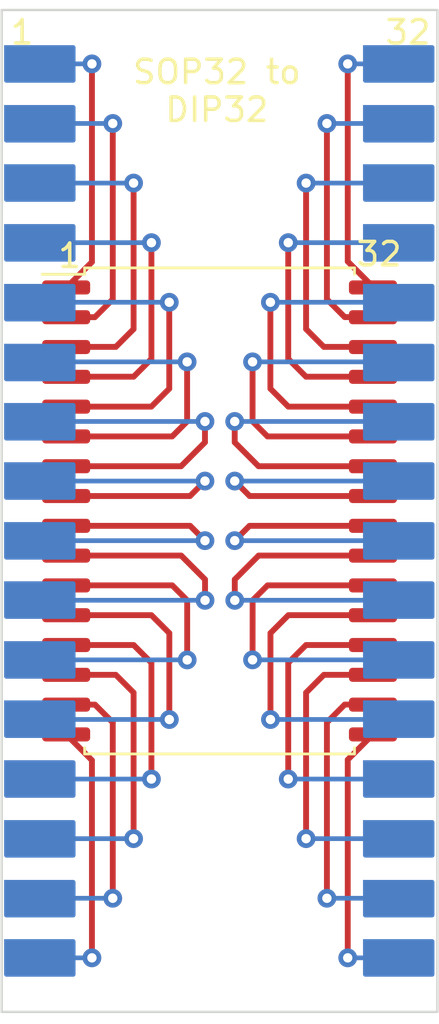
<source format=kicad_pcb>
(kicad_pcb (version 20221018) (generator pcbnew)
  (layers (0 "F.Cu" signal) (31 "B.Cu" signal) (34 "B.Paste" user) (35 "F.Paste" user) (36 "B.SilkS" user "B.Silkscreen") (37 "F.SilkS" user "F.Silkscreen") (38 "B.Mask" user) (39 "F.Mask" user) (44 "Edge.Cuts" user))
  (net 0 "")
  (footprint "Package_SO:SSOP-32_11.305x20.495mm_P1.27mm" (layer "F.Cu") (at 108.7 96.65)
    (fp_text reference "REF**" hide)
    (fp_text value "SSOP-32_11.305x20.495mm_P1.27mm" hide)
    (fp_line (start -5.7625 -10.3575) (end -5.7625 -10.085) (stroke (width 0.12)) (layer "F.SilkS"))
    (fp_line (start -5.7625 -10.085) (end -7.575 -10.085) (stroke (width 0.12)) (layer "F.SilkS"))
    (fp_line (start -5.7625 10.3575) (end -5.7625 10.085) (stroke (width 0.12)) (layer "F.SilkS"))
    (fp_line (start 0 -10.3575) (end -5.7625 -10.3575) (stroke (width 0.12)) (layer "F.SilkS"))
    (fp_line (start 0 -10.3575) (end 5.7625 -10.3575) (stroke (width 0.12)) (layer "F.SilkS"))
    (fp_line (start 0 10.3575) (end -5.7625 10.3575) (stroke (width 0.12)) (layer "F.SilkS"))
    (fp_line (start 0 10.3575) (end 5.7625 10.3575) (stroke (width 0.12)) (layer "F.SilkS"))
    (fp_line (start 5.7625 -10.3575) (end 5.7625 -10.085) (stroke (width 0.12)) (layer "F.SilkS"))
    (fp_line (start 5.7625 10.3575) (end 5.7625 10.085) (stroke (width 0.12)) (layer "F.SilkS"))
    (pad "1" smd roundrect (at -6.55 -9.525) (size 2.05 0.6) (layers "F.Cu" "F.Paste" "F.Mask"))
    (pad "2" smd roundrect (at -6.55 -8.255) (size 2.05 0.6) (layers "F.Cu" "F.Paste" "F.Mask"))
    (pad "3" smd roundrect (at -6.55 -6.985) (size 2.05 0.6) (layers "F.Cu" "F.Paste" "F.Mask"))
    (pad "4" smd roundrect (at -6.55 -5.715) (size 2.05 0.6) (layers "F.Cu" "F.Paste" "F.Mask"))
    (pad "5" smd roundrect (at -6.55 -4.445) (size 2.05 0.6) (layers "F.Cu" "F.Paste" "F.Mask"))
    (pad "6" smd roundrect (at -6.55 -3.175) (size 2.05 0.6) (layers "F.Cu" "F.Paste" "F.Mask"))
    (pad "7" smd roundrect (at -6.55 -1.905) (size 2.05 0.6) (layers "F.Cu" "F.Paste" "F.Mask"))
    (pad "8" smd roundrect (at -6.55 -0.635) (size 2.05 0.6) (layers "F.Cu" "F.Paste" "F.Mask"))
    (pad "9" smd roundrect (at -6.55 0.635) (size 2.05 0.6) (layers "F.Cu" "F.Paste" "F.Mask"))
    (pad "10" smd roundrect (at -6.55 1.905) (size 2.05 0.6) (layers "F.Cu" "F.Paste" "F.Mask"))
    (pad "11" smd roundrect (at -6.55 3.175) (size 2.05 0.6) (layers "F.Cu" "F.Paste" "F.Mask"))
    (pad "12" smd roundrect (at -6.55 4.445) (size 2.05 0.6) (layers "F.Cu" "F.Paste" "F.Mask"))
    (pad "13" smd roundrect (at -6.55 5.715) (size 2.05 0.6) (layers "F.Cu" "F.Paste" "F.Mask"))
    (pad "14" smd roundrect (at -6.55 6.985) (size 2.05 0.6) (layers "F.Cu" "F.Paste" "F.Mask"))
    (pad "15" smd roundrect (at -6.55 8.255) (size 2.05 0.6) (layers "F.Cu" "F.Paste" "F.Mask"))
    (pad "16" smd roundrect (at -6.55 9.525) (size 2.05 0.6) (layers "F.Cu" "F.Paste" "F.Mask"))
    (pad "17" smd roundrect (at 6.55 9.525) (size 2.05 0.6) (layers "F.Cu" "F.Paste" "F.Mask"))
    (pad "18" smd roundrect (at 6.55 8.255) (size 2.05 0.6) (layers "F.Cu" "F.Paste" "F.Mask"))
    (pad "19" smd roundrect (at 6.55 6.985) (size 2.05 0.6) (layers "F.Cu" "F.Paste" "F.Mask"))
    (pad "20" smd roundrect (at 6.55 5.715) (size 2.05 0.6) (layers "F.Cu" "F.Paste" "F.Mask"))
    (pad "21" smd roundrect (at 6.55 4.445) (size 2.05 0.6) (layers "F.Cu" "F.Paste" "F.Mask"))
    (pad "22" smd roundrect (at 6.55 3.175) (size 2.05 0.6) (layers "F.Cu" "F.Paste" "F.Mask"))
    (pad "23" smd roundrect (at 6.55 1.905) (size 2.05 0.6) (layers "F.Cu" "F.Paste" "F.Mask"))
    (pad "24" smd roundrect (at 6.55 0.635) (size 2.05 0.6) (layers "F.Cu" "F.Paste" "F.Mask"))
    (pad "25" smd roundrect (at 6.55 -0.635) (size 2.05 0.6) (layers "F.Cu" "F.Paste" "F.Mask"))
    (pad "26" smd roundrect (at 6.55 -1.905) (size 2.05 0.6) (layers "F.Cu" "F.Paste" "F.Mask"))
    (pad "27" smd roundrect (at 6.55 -3.175) (size 2.05 0.6) (layers "F.Cu" "F.Paste" "F.Mask"))
    (pad "28" smd roundrect (at 6.55 -4.445) (size 2.05 0.6) (layers "F.Cu" "F.Paste" "F.Mask"))
    (pad "29" smd roundrect (at 6.55 -5.715) (size 2.05 0.6) (layers "F.Cu" "F.Paste" "F.Mask"))
    (pad "30" smd roundrect (at 6.55 -6.985) (size 2.05 0.6) (layers "F.Cu" "F.Paste" "F.Mask"))
    (pad "31" smd roundrect (at 6.55 -8.255) (size 2.05 0.6) (layers "F.Cu" "F.Paste" "F.Mask"))
    (pad "32" smd roundrect (at 6.55 -9.525) (size 2.05 0.6) (layers "F.Cu" "F.Paste" "F.Mask"))
  )
  (gr_line (start 109.347 97.917) (end 115.824 97.917) (stroke (width 0.2)) (layer "B.Cu"))
  (gr_rect (start 114.925 115) (end 117.775 116.4) (stroke (width 0.2)) (fill solid) (layer "B.Cu"))
  (gr_rect (start 99.6 112.475) (end 102.45 113.875) (stroke (width 0.2)) (fill solid) (layer "B.Cu"))
  (gr_line (start 104.14 113.157) (end 101.346 113.157) (stroke (width 0.2)) (layer "B.Cu"))
  (gr_rect (start 114.925 87.075) (end 117.775 88.475) (stroke (width 0.2)) (fill solid) (layer "B.Cu"))
  (gr_line (start 103.251 77.597) (end 100.965 77.597) (stroke (width 0.2)) (layer "B.Cu"))
  (gr_rect (start 114.925 102.3) (end 117.775 103.7) (stroke (width 0.2)) (fill solid) (layer "B.Cu"))
  (gr_rect (start 114.925 89.625) (end 117.775 91.025) (stroke (width 0.2)) (fill solid) (layer "B.Cu"))
  (gr_line (start 103.251 115.697) (end 101.727 115.697) (stroke (width 0.2)) (layer "B.Cu"))
  (gr_line (start 108.077 95.377) (end 101.6 95.377) (stroke (width 0.2)) (layer "B.Cu"))
  (gr_rect (start 99.6 81.975) (end 102.45 83.375) (stroke (width 0.2)) (fill solid) (layer "B.Cu"))
  (gr_rect (start 114.925 79.45) (end 117.775 80.85) (stroke (width 0.2)) (fill solid) (layer "B.Cu"))
  (gr_line (start 105.029 110.617) (end 101.727 110.617) (stroke (width 0.2)) (layer "B.Cu"))
  (gr_line (start 113.284 113.157) (end 116.205 113.157) (stroke (width 0.2)) (layer "B.Cu"))
  (gr_rect (start 114.925 97.225) (end 117.775 98.625) (stroke (width 0.2)) (fill solid) (layer "B.Cu"))
  (gr_rect (start 99.6 107.375) (end 102.45 108.775) (stroke (width 0.2)) (fill solid) (layer "B.Cu"))
  (gr_line (start 104.14 80.137) (end 101.6 80.137) (stroke (width 0.2)) (layer "B.Cu"))
  (gr_rect (start 114.925 76.9) (end 117.775 78.3) (stroke (width 0.2)) (fill solid) (layer "B.Cu"))
  (gr_line (start 110.871 87.757) (end 116.332 87.757) (stroke (width 0.2)) (layer "B.Cu"))
  (gr_line (start 114.173 115.697) (end 115.697 115.697) (stroke (width 0.2)) (layer "B.Cu"))
  (gr_rect (start 99.6 104.825) (end 102.45 106.225) (stroke (width 0.2)) (fill solid) (layer "B.Cu"))
  (gr_line (start 108.077 97.917) (end 101.854 97.917) (stroke (width 0.2)) (layer "B.Cu"))
  (gr_rect (start 99.6 102.3) (end 102.45 103.7) (stroke (width 0.2)) (fill solid) (layer "B.Cu"))
  (gr_rect (start 99.6 89.625) (end 102.45 91.025) (stroke (width 0.2)) (fill solid) (layer "B.Cu"))
  (gr_line (start 105.791 85.217) (end 101.092 85.217) (stroke (width 0.2)) (layer "B.Cu"))
  (gr_line (start 113.284 80.137) (end 115.951 80.137) (stroke (width 0.2)) (layer "B.Cu"))
  (gr_line (start 111.633 108.077) (end 116.205 108.077) (stroke (width 0.2)) (layer "B.Cu"))
  (gr_line (start 110.109 102.997) (end 115.824 102.997) (stroke (width 0.2)) (layer "B.Cu"))
  (gr_line (start 111.633 85.217) (end 115.697 85.217) (stroke (width 0.2)) (layer "B.Cu"))
  (gr_rect (start 114.925 81.975) (end 117.775 83.375) (stroke (width 0.2)) (fill solid) (layer "B.Cu"))
  (gr_rect (start 114.925 99.75) (end 117.775 101.15) (stroke (width 0.2)) (fill solid) (layer "B.Cu"))
  (gr_rect (start 99.6 79.45) (end 102.45 80.85) (stroke (width 0.2)) (fill solid) (layer "B.Cu"))
  (gr_rect (start 99.6 92.15) (end 102.45 93.55) (stroke (width 0.2)) (fill solid) (layer "B.Cu"))
  (gr_rect (start 114.925 92.15) (end 117.775 93.55) (stroke (width 0.2)) (fill solid) (layer "B.Cu"))
  (gr_line (start 114.173 77.597) (end 115.824 77.597) (stroke (width 0.2)) (layer "B.Cu"))
  (gr_rect (start 99.6 87.075) (end 102.45 88.475) (stroke (width 0.2)) (fill solid) (layer "B.Cu"))
  (gr_rect (start 114.925 84.525) (end 117.775 85.925) (stroke (width 0.2)) (fill solid) (layer "B.Cu"))
  (gr_line (start 108.077 100.457) (end 100.457 100.457) (stroke (width 0.2)) (layer "B.Cu"))
  (gr_line (start 109.347 95.377) (end 116.078 95.377) (stroke (width 0.2)) (layer "B.Cu"))
  (gr_rect (start 99.6 94.675) (end 102.45 96.075) (stroke (width 0.2)) (fill solid) (layer "B.Cu"))
  (gr_rect (start 114.925 112.475) (end 117.775 113.875) (stroke (width 0.2)) (fill solid) (layer "B.Cu"))
  (gr_line (start 109.347 100.457) (end 117.094 100.457) (stroke (width 0.2)) (layer "B.Cu"))
  (gr_rect (start 114.925 104.825) (end 117.775 106.225) (stroke (width 0.2)) (fill solid) (layer "B.Cu"))
  (gr_rect (start 114.925 109.925) (end 117.775 111.325) (stroke (width 0.2)) (fill solid) (layer "B.Cu"))
  (gr_line (start 107.315 102.997) (end 101.025 102.997) (stroke (width 0.2)) (layer "B.Cu"))
  (gr_rect (start 99.6 99.75) (end 102.45 101.15) (stroke (width 0.2)) (fill solid) (layer "B.Cu"))
  (gr_line (start 105.791 108.077) (end 101.727 108.077) (stroke (width 0.2)) (layer "B.Cu"))
  (gr_rect (start 99.6 97.225) (end 102.45 98.625) (stroke (width 0.2)) (fill solid) (layer "B.Cu"))
  (gr_rect (start 99.6 115) (end 102.45 116.4) (stroke (width 0.2)) (fill solid) (layer "B.Cu"))
  (gr_line (start 106.553 105.537) (end 101.346 105.537) (stroke (width 0.2)) (layer "B.Cu"))
  (gr_line (start 110.109 90.297) (end 116.205 90.297) (stroke (width 0.2)) (layer "B.Cu"))
  (gr_rect (start 114.925 107.375) (end 117.775 108.775) (stroke (width 0.2)) (fill solid) (layer "B.Cu"))
  (gr_rect (start 99.6 84.525) (end 102.45 85.925) (stroke (width 0.2)) (fill solid) (layer "B.Cu"))
  (gr_rect (start 114.925 94.675) (end 117.775 96.075) (stroke (width 0.2)) (fill solid) (layer "B.Cu"))
  (gr_rect (start 99.6 109.925) (end 102.45 111.325) (stroke (width 0.2)) (fill solid) (layer "B.Cu"))
  (gr_line (start 105.029 82.677) (end 101.727 82.677) (stroke (width 0.2)) (layer "B.Cu"))
  (gr_line (start 112.395 82.677) (end 116.35 82.677) (stroke (width 0.2)) (layer "B.Cu"))
  (gr_line (start 108.077 92.837) (end 101.025 92.837) (stroke (width 0.2)) (layer "B.Cu"))
  (gr_line (start 109.347 92.837) (end 115.697 92.837) (stroke (width 0.2)) (layer "B.Cu"))
  (gr_line (start 110.871 105.537) (end 115.824 105.537) (stroke (width 0.2)) (layer "B.Cu"))
  (gr_rect (start 99.6 76.9) (end 102.45 78.3) (stroke (width 0.2)) (fill solid) (layer "B.Cu"))
  (gr_line (start 112.395 110.617) (end 116.205 110.617) (stroke (width 0.2)) (layer "B.Cu"))
  (gr_line (start 106.553 87.757) (end 101.6 87.757) (stroke (width 0.2)) (layer "B.Cu"))
  (gr_line (start 107.315 90.297) (end 101.025 90.297) (stroke (width 0.2)) (layer "B.Cu"))
  (gr_line (start 118 118) (end 99.4 118) (stroke (width 0.1)) (layer "Edge.Cuts"))
  (gr_line (start 99.4 118) (end 99.4 75.3) (stroke (width 0.1)) (layer "Edge.Cuts"))
  (gr_line (start 99.4 75.3) (end 100 75.3) (stroke (width 0.1)) (layer "Edge.Cuts"))
  (gr_line (start 118 75.3) (end 118 118) (stroke (width 0.1)) (layer "Edge.Cuts"))
  (gr_line (start 100 75.3) (end 118 75.3) (stroke (width 0.1)) (layer "Edge.Cuts"))
  (gr_text "32" (at 115.697 76.835) (layer "F.SilkS") (effects (font (size 1 1)) (justify left bottom)))
  (gr_text "1\n" (at 101.727 86.36) (layer "F.SilkS") (effects (font (size 1 1)) (justify left bottom)))
  (gr_text "1\n" (at 99.695 76.835) (layer "F.SilkS") (effects (font (size 1 1)) (justify left bottom)))
  (gr_text "32" (at 114.4625 86.2925) (layer "F.SilkS") (effects (font (size 1 1)) (justify left bottom)))
  (gr_text "SOP32 to\nDIP32" (at 108.585 80.137) (layer "F.SilkS") (effects (font (size 1 1)) (justify bottom)))
  (segment (start 115.25 94.745) (end 110.366 94.745) (width 0.25) (layer "F.Cu") (net 0))
  (segment (start 105.032 102.365) (end 105.791 103.124) (width 0.25) (layer "F.Cu") (net 0))
  (segment (start 115.277 98.552) (end 110.369 98.552) (width 0.25) (layer "F.Cu") (net 0))
  (segment (start 102.174 90.929) (end 105.032 90.929) (width 0.25) (layer "F.Cu") (net 0))
  (segment (start 110.871 91.44) (end 110.871 87.757) (width 0.25) (layer "F.Cu") (net 0))
  (segment (start 103.251 86.042) (end 103.251 77.597) (width 0.25) (layer "F.Cu") (net 0))
  (segment (start 104.14 87.63) (end 104.14 80.137) (width 0.25) (layer "F.Cu") (net 0))
  (segment (start 104.27 89.659) (end 105.029 88.9) (width 0.25) (layer "F.Cu") (net 0))
  (segment (start 110.109 92.837) (end 110.109 90.297) (width 0.25) (layer "F.Cu") (net 0))
  (segment (start 103.378 88.392) (end 104.14 87.63) (width 0.25) (layer "F.Cu") (net 0))
  (segment (start 115.277 99.822) (end 110.75 99.822) (width 0.25) (layer "F.Cu") (net 0))
  (segment (start 107.439 96.015) (end 108.077 95.377) (width 0.25) (layer "F.Cu") (net 0))
  (segment (start 108.08 99.571) (end 108.08 100.46) (width 0.25) (layer "F.Cu") (net 0))
  (segment (start 109.347 93.726) (end 109.347 92.837) (width 0.25) (layer "F.Cu") (net 0))
  (segment (start 115.247 104.902) (end 114.046 104.902) (width 0.25) (layer "F.Cu") (net 0))
  (segment (start 113.919 88.265) (end 113.284 87.63) (width 0.25) (layer "F.Cu") (net 0))
  (segment (start 102.174 88.389) (end 102.177 88.392) (width 0.25) (layer "F.Cu") (net 0))
  (segment (start 106.68 99.822) (end 107.318 100.46) (width 0.25) (layer "F.Cu") (net 0))
  (segment (start 115.274 88.389) (end 114.043 88.389) (width 0.25) (layer "F.Cu") (net 0))
  (segment (start 107.318 100.46) (end 107.318 103) (width 0.25) (layer "F.Cu") (net 0))
  (segment (start 110.747 93.475) (end 110.109 92.837) (width 0.25) (layer "F.Cu") (net 0))
  (segment (start 109.985 96.015) (end 109.347 95.377) (width 0.25) (layer "F.Cu") (net 0))
  (segment (start 105.791 103.124) (end 105.791 108.077) (width 0.25) (layer "F.Cu") (net 0))
  (segment (start 102.15 97.285) (end 107.445 97.285) (width 0.25) (layer "F.Cu") (net 0))
  (segment (start 115.277 101.092) (end 111.639 101.092) (width 0.25) (layer "F.Cu") (net 0))
  (segment (start 114.046 104.902) (end 113.284 105.664) (width 0.25) (layer "F.Cu") (net 0))
  (segment (start 115.274 89.659) (end 113.154 89.659) (width 0.25) (layer "F.Cu") (net 0))
  (segment (start 107.058 94.745) (end 108.077 93.726) (width 0.25) (layer "F.Cu") (net 0))
  (segment (start 112.395 88.9) (end 112.395 82.677) (width 0.25) (layer "F.Cu") (net 0))
  (segment (start 112.392 102.365) (end 111.633 103.124) (width 0.25) (layer "F.Cu") (net 0))
  (segment (start 114.173 77.597) (end 114.173 86.018) (width 0.25) (layer "F.Cu") (net 0))
  (segment (start 102.174 87.119) (end 103.251 86.042) (width 0.25) (layer "F.Cu") (net 0))
  (segment (start 115.25 106.175) (end 114.173 107.252) (width 0.25) (layer "F.Cu") (net 0))
  (segment (start 104.14 105.664) (end 104.14 113.157) (width 0.25) (layer "F.Cu") (net 0))
  (segment (start 105.029 88.9) (end 105.029 82.677) (width 0.25) (layer "F.Cu") (net 0))
  (segment (start 113.154 103.635) (end 112.395 104.394) (width 0.25) (layer "F.Cu") (net 0))
  (segment (start 109.979 97.285) (end 109.347 97.917) (width 0.25) (layer "F.Cu") (net 0))
  (segment (start 104.27 103.635) (end 105.029 104.394) (width 0.25) (layer "F.Cu") (net 0))
  (segment (start 105.032 90.929) (end 105.791 90.17) (width 0.25) (layer "F.Cu") (net 0))
  (segment (start 106.553 91.44) (end 106.553 87.757) (width 0.25) (layer "F.Cu") (net 0))
  (segment (start 111.639 101.092) (end 110.874 101.857) (width 0.25) (layer "F.Cu") (net 0))
  (segment (start 102.177 99.822) (end 106.68 99.822) (width 0.25) (layer "F.Cu") (net 0))
  (segment (start 115.25 96.015) (end 109.985 96.015) (width 0.25) (layer "F.Cu") (net 0))
  (segment (start 115.25 93.475) (end 110.747 93.475) (width 0.25) (layer "F.Cu") (net 0))
  (segment (start 102.15 93.475) (end 106.677 93.475) (width 0.25) (layer "F.Cu") (net 0))
  (segment (start 102.177 88.392) (end 103.378 88.392) (width 0.25) (layer "F.Cu") (net 0))
  (segment (start 102.15 96.015) (end 107.439 96.015) (width 0.25) (layer "F.Cu") (net 0))
  (segment (start 111.633 90.17) (end 111.633 85.217) (width 0.25) (layer "F.Cu") (net 0))
  (segment (start 110.75 99.822) (end 110.112 100.46) (width 0.25) (layer "F.Cu") (net 0))
  (segment (start 105.788 92.205) (end 106.553 91.44) (width 0.25) (layer "F.Cu") (net 0))
  (segment (start 109.35 99.571) (end 109.35 100.46) (width 0.25) (layer "F.Cu") (net 0))
  (segment (start 102.15 103.635) (end 104.27 103.635) (width 0.25) (layer "F.Cu") (net 0))
  (segment (start 110.874 101.857) (end 110.874 105.54) (width 0.25) (layer "F.Cu") (net 0))
  (segment (start 112.395 104.394) (end 112.395 110.617) (width 0.25) (layer "F.Cu") (net 0))
  (segment (start 102.15 94.745) (end 107.058 94.745) (width 0.25) (layer "F.Cu") (net 0))
  (segment (start 102.177 101.092) (end 105.791 101.092) (width 0.25) (layer "F.Cu") (net 0))
  (segment (start 115.274 90.929) (end 112.392 90.929) (width 0.25) (layer "F.Cu") (net 0))
  (segment (start 102.15 104.905) (end 103.381 104.905) (width 0.25) (layer "F.Cu") (net 0))
  (segment (start 107.061 98.552) (end 108.08 99.571) (width 0.25) (layer "F.Cu") (net 0))
  (segment (start 106.556 101.857) (end 106.556 105.54) (width 0.25) (layer "F.Cu") (net 0))
  (segment (start 110.112 100.46) (end 110.109 102.997) (width 0.25) (layer "F.Cu") (net 0))
  (segment (start 110.109 102.997) (end 110.112 103) (width 0.25) (layer "F.Cu") (net 0))
  (segment (start 102.174 89.659) (end 104.27 89.659) (width 0.25) (layer "F.Cu") (net 0))
  (segment (start 115.25 102.365) (end 112.392 102.365) (width 0.25) (layer "F.Cu") (net 0))
  (segment (start 110.366 94.745) (end 109.347 93.726) (width 0.25) (layer "F.Cu") (net 0))
  (segment (start 103.505 105.029) (end 104.14 105.664) (width 0.25) (layer "F.Cu") (net 0))
  (segment (start 111.636 92.205) (end 110.871 91.44) (width 0.25) (layer "F.Cu") (net 0))
  (segment (start 105.791 90.17) (end 105.791 85.217) (width 0.25) (layer "F.Cu") (net 0))
  (segment (start 113.284 105.664) (end 113.284 113.157) (width 0.25) (layer "F.Cu") (net 0))
  (segment (start 106.677 93.475) (end 107.315 92.837) (width 0.25) (layer "F.Cu") (net 0))
  (segment (start 113.284 87.63) (end 113.284 80.137) (width 0.25) (layer "F.Cu") (net 0))
  (segment (start 102.177 98.552) (end 107.061 98.552) (width 0.25) (layer "F.Cu") (net 0))
  (segment (start 103.251 107.276) (end 102.15 106.175) (width 0.25) (layer "F.Cu") (net 0))
  (segment (start 114.173 86.018) (end 115.274 87.119) (width 0.25) (layer "F.Cu") (net 0))
  (segment (start 115.25 97.285) (end 109.979 97.285) (width 0.25) (layer "F.Cu") (net 0))
  (segment (start 105.029 104.394) (end 105.029 110.617) (width 0.25) (layer "F.Cu") (net 0))
  (segment (start 105.791 101.092) (end 106.556 101.857) (width 0.25) (layer "F.Cu") (net 0))
  (segment (start 115.25 104.905) (end 115.247 104.902) (width 0.25) (layer "F.Cu") (net 0))
  (segment (start 111.633 103.124) (end 111.633 108.077) (width 0.25) (layer "F.Cu") (net 0))
  (segment (start 114.173 107.252) (end 114.173 115.697) (width 0.25) (layer "F.Cu") (net 0))
  (segment (start 114.043 88.389) (end 113.919 88.265) (width 0.25) (layer "F.Cu") (net 0))
  (segment (start 103.251 115.697) (end 103.251 107.276) (width 0.25) (layer "F.Cu") (net 0))
  (segment (start 103.381 104.905) (end 103.505 105.029) (width 0.25) (layer "F.Cu") (net 0))
  (segment (start 107.315 92.837) (end 107.315 90.297) (width 0.25) (layer "F.Cu") (net 0))
  (segment (start 110.369 98.552) (end 109.35 99.571) (width 0.25) (layer "F.Cu") (net 0))
  (segment (start 115.25 103.635) (end 113.154 103.635) (width 0.25) (layer "F.Cu") (net 0))
  (segment (start 108.077 93.726) (end 108.077 92.837) (width 0.25) (layer "F.Cu") (net 0))
  (segment (start 113.154 89.659) (end 112.395 88.9) (width 0.25) (layer "F.Cu") (net 0))
  (segment (start 112.392 90.929) (end 111.633 90.17) (width 0.25) (layer "F.Cu") (net 0))
  (segment (start 107.445 97.285) (end 108.077 97.917) (width 0.25) (layer "F.Cu") (net 0))
  (segment (start 115.25 92.205) (end 111.636 92.205) (width 0.25) (layer "F.Cu") (net 0))
  (segment (start 102.15 102.365) (end 105.032 102.365) (width 0.25) (layer "F.Cu") (net 0))
  (segment (start 102.15 92.205) (end 105.788 92.205) (width 0.25) (layer "F.Cu") (net 0))
  (via (at 111.633 85.217) (size 0.8) (drill 0.4) (layers "F.Cu" "B.Cu") (net 0))
  (via (at 108.077 92.837) (size 0.8) (drill 0.4) (layers "F.Cu" "B.Cu") (net 0))
  (via (at 104.14 113.157) (size 0.8) (drill 0.4) (layers "F.Cu" "B.Cu") (net 0))
  (via (at 103.251 77.597) (size 0.8) (drill 0.4) (layers "F.Cu" "B.Cu") (net 0))
  (via (at 105.791 108.077) (size 0.8) (drill 0.4) (layers "F.Cu" "B.Cu") (net 0))
  (via (at 108.08 100.46) (size 0.8) (drill 0.4) (layers "F.Cu" "B.Cu") (net 0))
  (via (at 112.395 110.617) (size 0.8) (drill 0.4) (layers "F.Cu" "B.Cu") (net 0))
  (via (at 107.315 90.297) (size 0.8) (drill 0.4) (layers "F.Cu" "B.Cu") (net 0))
  (via (at 106.556 105.54) (size 0.8) (drill 0.4) (layers "F.Cu" "B.Cu") (net 0))
  (via (at 110.109 90.297) (size 0.8) (drill 0.4) (layers "F.Cu" "B.Cu") (net 0))
  (via (at 106.553 87.757) (size 0.8) (drill 0.4) (layers "F.Cu" "B.Cu") (net 0))
  (via (at 114.173 115.697) (size 0.8) (drill 0.4) (layers "F.Cu" "B.Cu") (net 0))
  (via (at 103.251 115.697) (size 0.8) (drill 0.4) (layers "F.Cu" "B.Cu") (net 0))
  (via (at 109.347 95.377) (size 0.8) (drill 0.4) (layers "F.Cu" "B.Cu") (net 0))
  (via (at 105.029 82.677) (size 0.8) (drill 0.4) (layers "F.Cu" "B.Cu") (net 0))
  (via (at 110.109 102.997) (size 0.8) (drill 0.4) (layers "F.Cu" "B.Cu") (net 0))
  (via (at 105.791 85.217) (size 0.8) (drill 0.4) (layers "F.Cu" "B.Cu") (net 0))
  (via (at 109.35 100.46) (size 0.8) (drill 0.4) (layers "F.Cu" "B.Cu") (net 0))
  (via (at 112.395 82.677) (size 0.8) (drill 0.4) (layers "F.Cu" "B.Cu") (net 0))
  (via (at 109.347 92.837) (size 0.8) (drill 0.4) (layers "F.Cu" "B.Cu") (net 0))
  (via (at 114.173 77.597) (size 0.8) (drill 0.4) (layers "F.Cu" "B.Cu") (net 0))
  (via (at 110.874 105.54) (size 0.8) (drill 0.4) (layers "F.Cu" "B.Cu") (net 0))
  (via (at 108.077 97.917) (size 0.8) (drill 0.4) (layers "F.Cu" "B.Cu") (net 0))
  (via (at 113.284 113.157) (size 0.8) (drill 0.4) (layers "F.Cu" "B.Cu") (net 0))
  (via (at 105.029 110.617) (size 0.8) (drill 0.4) (layers "F.Cu" "B.Cu") (net 0))
  (via (at 113.284 80.137) (size 0.8) (drill 0.4) (layers "F.Cu" "B.Cu") (net 0))
  (via (at 111.633 108.077) (size 0.8) (drill 0.4) (layers "F.Cu" "B.Cu") (net 0))
  (via (at 110.871 87.757) (size 0.8) (drill 0.4) (layers "F.Cu" "B.Cu") (net 0))
  (via (at 104.14 80.137) (size 0.8) (drill 0.4) (layers "F.Cu" "B.Cu") (net 0))
  (via (at 107.318 103) (size 0.8) (drill 0.4) (layers "F.Cu" "B.Cu") (net 0))
  (via (at 108.077 95.377) (size 0.8) (drill 0.4) (layers "F.Cu" "B.Cu") (net 0))
  (via (at 109.347 97.917) (size 0.8) (drill 0.4) (layers "F.Cu" "B.Cu") (net 0))
)
</source>
